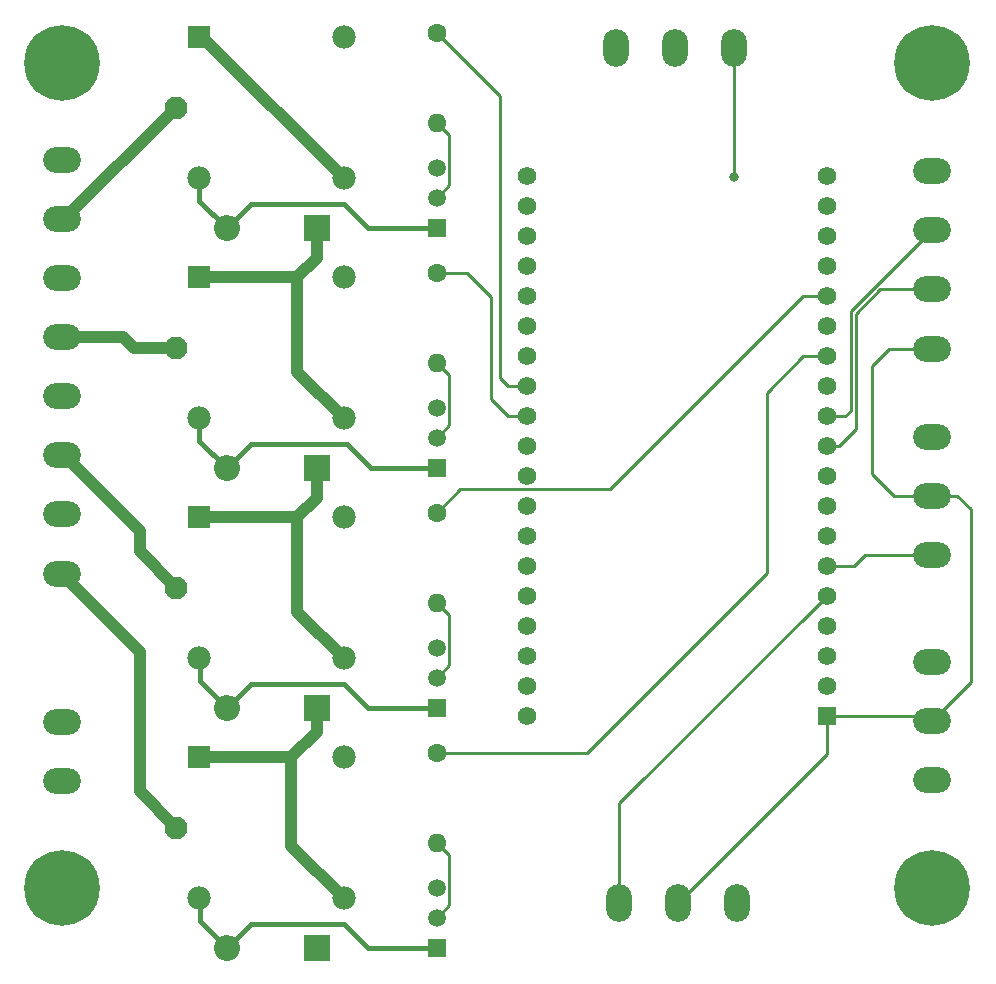
<source format=gbr>
%TF.GenerationSoftware,KiCad,Pcbnew,(5.1.7)-1*%
%TF.CreationDate,2021-01-26T10:35:58+01:00*%
%TF.ProjectId,plant-watering,706c616e-742d-4776-9174-6572696e672e,rev?*%
%TF.SameCoordinates,Original*%
%TF.FileFunction,Copper,L1,Top*%
%TF.FilePolarity,Positive*%
%FSLAX46Y46*%
G04 Gerber Fmt 4.6, Leading zero omitted, Abs format (unit mm)*
G04 Created by KiCad (PCBNEW (5.1.7)-1) date 2021-01-26 10:35:58*
%MOMM*%
%LPD*%
G01*
G04 APERTURE LIST*
%TA.AperFunction,ComponentPad*%
%ADD10C,6.400000*%
%TD*%
%TA.AperFunction,ComponentPad*%
%ADD11C,0.800000*%
%TD*%
%TA.AperFunction,ComponentPad*%
%ADD12O,3.200000X2.200000*%
%TD*%
%TA.AperFunction,ComponentPad*%
%ADD13O,2.200000X3.200000*%
%TD*%
%TA.AperFunction,ComponentPad*%
%ADD14C,1.600000*%
%TD*%
%TA.AperFunction,ComponentPad*%
%ADD15O,1.600000X1.600000*%
%TD*%
%TA.AperFunction,ComponentPad*%
%ADD16R,1.500000X1.500000*%
%TD*%
%TA.AperFunction,ComponentPad*%
%ADD17C,1.500000*%
%TD*%
%TA.AperFunction,ComponentPad*%
%ADD18C,1.560000*%
%TD*%
%TA.AperFunction,ComponentPad*%
%ADD19R,1.560000X1.560000*%
%TD*%
%TA.AperFunction,ComponentPad*%
%ADD20R,1.980000X1.980000*%
%TD*%
%TA.AperFunction,ComponentPad*%
%ADD21C,1.935000*%
%TD*%
%TA.AperFunction,ComponentPad*%
%ADD22C,1.980000*%
%TD*%
%TA.AperFunction,ComponentPad*%
%ADD23O,2.200000X2.200000*%
%TD*%
%TA.AperFunction,ComponentPad*%
%ADD24R,2.200000X2.200000*%
%TD*%
%TA.AperFunction,ViaPad*%
%ADD25C,0.800000*%
%TD*%
%TA.AperFunction,Conductor*%
%ADD26C,0.400000*%
%TD*%
%TA.AperFunction,Conductor*%
%ADD27C,1.000000*%
%TD*%
%TA.AperFunction,Conductor*%
%ADD28C,0.250000*%
%TD*%
G04 APERTURE END LIST*
D10*
%TO.P,REF\u002A\u002A,1*%
%TO.N,N/C*%
X91440000Y-101600000D03*
D11*
X93840000Y-101600000D03*
X93137056Y-103297056D03*
X91440000Y-104000000D03*
X89742944Y-103297056D03*
X89040000Y-101600000D03*
X89742944Y-99902944D03*
X91440000Y-99200000D03*
X93137056Y-99902944D03*
%TD*%
D10*
%TO.P,REF\u002A\u002A,1*%
%TO.N,N/C*%
X165100000Y-101600000D03*
D11*
X167500000Y-101600000D03*
X166797056Y-103297056D03*
X165100000Y-104000000D03*
X163402944Y-103297056D03*
X162700000Y-101600000D03*
X163402944Y-99902944D03*
X165100000Y-99200000D03*
X166797056Y-99902944D03*
%TD*%
D10*
%TO.P,REF\u002A\u002A,1*%
%TO.N,N/C*%
X91440000Y-31750000D03*
D11*
X93840000Y-31750000D03*
X93137056Y-33447056D03*
X91440000Y-34150000D03*
X89742944Y-33447056D03*
X89040000Y-31750000D03*
X89742944Y-30052944D03*
X91440000Y-29350000D03*
X93137056Y-30052944D03*
%TD*%
D10*
%TO.P,REF\u002A\u002A,1*%
%TO.N,N/C*%
X165100000Y-31750000D03*
D11*
X167500000Y-31750000D03*
X166797056Y-33447056D03*
X165100000Y-34150000D03*
X163402944Y-33447056D03*
X162700000Y-31750000D03*
X163402944Y-30052944D03*
X165100000Y-29350000D03*
X166797056Y-30052944D03*
%TD*%
D12*
%TO.P,J14,4*%
%TO.N,GND*%
X165100000Y-40960000D03*
%TO.P,J14,3*%
%TO.N,GPIO27*%
X165100000Y-45960000D03*
%TO.P,J14,2*%
%TO.N,GPIO26*%
X165100000Y-50960000D03*
%TO.P,J14,1*%
%TO.N,+3V3*%
X165100000Y-55960000D03*
%TD*%
%TO.P,J4,2*%
%TO.N,+5V*%
X91440000Y-92550000D03*
%TO.P,J4,1*%
%TO.N,GND*%
X91440000Y-87550000D03*
%TD*%
D13*
%TO.P,J2,3*%
%TO.N,GPIO33*%
X148350000Y-30480000D03*
%TO.P,J2,2*%
%TO.N,+3V3*%
X143350000Y-30480000D03*
%TO.P,J2,1*%
%TO.N,GND*%
X138350000Y-30480000D03*
%TD*%
%TO.P,J1,3*%
%TO.N,GPIO34*%
X138670000Y-102870000D03*
%TO.P,J1,2*%
%TO.N,+3V3*%
X143670000Y-102870000D03*
%TO.P,J1,1*%
%TO.N,GND*%
X148670000Y-102870000D03*
%TD*%
D12*
%TO.P,J8,3*%
%TO.N,GPIO35*%
X165100000Y-73420000D03*
%TO.P,J8,2*%
%TO.N,+3V3*%
X165100000Y-68420000D03*
%TO.P,J8,1*%
%TO.N,GND*%
X165100000Y-63420000D03*
%TD*%
D14*
%TO.P,R1,1*%
%TO.N,GPIO12*%
X123190000Y-90170000D03*
D15*
%TO.P,R1,2*%
%TO.N,Net-(Q1-Pad2)*%
X123190000Y-97790000D03*
%TD*%
D12*
%TO.P,J3,3*%
%TO.N,GPIO32*%
X165100000Y-92470000D03*
%TO.P,J3,2*%
%TO.N,+3V3*%
X165100000Y-87470000D03*
%TO.P,J3,1*%
%TO.N,GND*%
X165100000Y-82470000D03*
%TD*%
D15*
%TO.P,R4,2*%
%TO.N,Net-(Q4-Pad2)*%
X123190000Y-36830000D03*
D14*
%TO.P,R4,1*%
%TO.N,GPIO16*%
X123190000Y-29210000D03*
%TD*%
D15*
%TO.P,R2,2*%
%TO.N,Net-(Q2-Pad2)*%
X123190000Y-77470000D03*
D14*
%TO.P,R2,1*%
%TO.N,GPIO13*%
X123190000Y-69850000D03*
%TD*%
D15*
%TO.P,R3,2*%
%TO.N,Net-(Q3-Pad2)*%
X123190000Y-57150000D03*
D14*
%TO.P,R3,1*%
%TO.N,GPIO17*%
X123190000Y-49530000D03*
%TD*%
D16*
%TO.P,Q4,1*%
%TO.N,RelayS4*%
X123190000Y-45720000D03*
D17*
%TO.P,Q4,3*%
%TO.N,GND*%
X123190000Y-40640000D03*
%TO.P,Q4,2*%
%TO.N,Net-(Q4-Pad2)*%
X123190000Y-43180000D03*
%TD*%
D16*
%TO.P,Q3,1*%
%TO.N,RelayS3*%
X123190000Y-66040000D03*
D17*
%TO.P,Q3,3*%
%TO.N,GND*%
X123190000Y-60960000D03*
%TO.P,Q3,2*%
%TO.N,Net-(Q3-Pad2)*%
X123190000Y-63500000D03*
%TD*%
D16*
%TO.P,Q2,1*%
%TO.N,RelayS2*%
X123190000Y-86360000D03*
D17*
%TO.P,Q2,3*%
%TO.N,GND*%
X123190000Y-81280000D03*
%TO.P,Q2,2*%
%TO.N,Net-(Q2-Pad2)*%
X123190000Y-83820000D03*
%TD*%
D16*
%TO.P,Q1,1*%
%TO.N,RelayS1*%
X123190000Y-106680000D03*
D17*
%TO.P,Q1,3*%
%TO.N,GND*%
X123190000Y-101600000D03*
%TO.P,Q1,2*%
%TO.N,Net-(Q1-Pad2)*%
X123190000Y-104140000D03*
%TD*%
D12*
%TO.P,J5,8*%
%TO.N,GND*%
X91440000Y-40010000D03*
%TO.P,J5,7*%
%TO.N,M4*%
X91440000Y-45010000D03*
%TO.P,J5,6*%
%TO.N,GND*%
X91440000Y-50010000D03*
%TO.P,J5,5*%
%TO.N,M3*%
X91440000Y-55010000D03*
%TO.P,J5,4*%
%TO.N,GND*%
X91440000Y-60010000D03*
%TO.P,J5,3*%
%TO.N,M2*%
X91440000Y-65010000D03*
%TO.P,J5,2*%
%TO.N,GND*%
X91440000Y-70010000D03*
%TO.P,J5,1*%
%TO.N,M1*%
X91440000Y-75010000D03*
%TD*%
D18*
%TO.P,U1,38*%
%TO.N,Net-(U1-Pad38)*%
X130810000Y-41350000D03*
%TO.P,U1,37*%
%TO.N,Net-(U1-Pad37)*%
X130810000Y-43890000D03*
%TO.P,U1,36*%
%TO.N,Net-(U1-Pad36)*%
X130810000Y-46430000D03*
%TO.P,U1,35*%
%TO.N,Net-(U1-Pad35)*%
X130810000Y-48970000D03*
%TO.P,U1,34*%
%TO.N,Net-(U1-Pad34)*%
X130810000Y-51510000D03*
%TO.P,U1,33*%
%TO.N,Net-(U1-Pad33)*%
X130810000Y-54050000D03*
%TO.P,U1,32*%
%TO.N,Net-(U1-Pad32)*%
X130810000Y-56590000D03*
%TO.P,U1,31*%
%TO.N,GPIO16*%
X130810000Y-59130000D03*
%TO.P,U1,30*%
%TO.N,GPIO17*%
X130810000Y-61670000D03*
%TO.P,U1,29*%
%TO.N,Net-(U1-Pad29)*%
X130810000Y-64210000D03*
%TO.P,U1,28*%
%TO.N,Net-(U1-Pad28)*%
X130810000Y-66750000D03*
%TO.P,U1,27*%
%TO.N,Net-(U1-Pad27)*%
X130810000Y-69290000D03*
%TO.P,U1,26*%
%TO.N,GND*%
X130810000Y-71830000D03*
%TO.P,U1,25*%
%TO.N,GPIO21*%
X130810000Y-74370000D03*
%TO.P,U1,24*%
%TO.N,Net-(U1-Pad24)*%
X130810000Y-76910000D03*
%TO.P,U1,23*%
%TO.N,Net-(U1-Pad23)*%
X130810000Y-79450000D03*
%TO.P,U1,22*%
%TO.N,GPIO22*%
X130810000Y-81990000D03*
%TO.P,U1,21*%
%TO.N,Net-(U1-Pad21)*%
X130810000Y-84530000D03*
%TO.P,U1,20*%
%TO.N,GND*%
X130810000Y-87070000D03*
%TO.P,U1,18*%
%TO.N,Net-(U1-Pad18)*%
X156210000Y-43890000D03*
%TO.P,U1,17*%
%TO.N,Net-(U1-Pad17)*%
X156210000Y-46430000D03*
%TO.P,U1,16*%
%TO.N,Net-(U1-Pad16)*%
X156210000Y-48970000D03*
%TO.P,U1,15*%
%TO.N,GPIO13*%
X156210000Y-51510000D03*
%TO.P,U1,14*%
%TO.N,GND*%
X156210000Y-54050000D03*
%TO.P,U1,13*%
%TO.N,GPIO12*%
X156210000Y-56590000D03*
%TO.P,U1,12*%
%TO.N,Net-(U1-Pad12)*%
X156210000Y-59130000D03*
%TO.P,U1,11*%
%TO.N,GPIO27*%
X156210000Y-61670000D03*
%TO.P,U1,10*%
%TO.N,GPIO26*%
X156210000Y-64210000D03*
%TO.P,U1,9*%
%TO.N,Net-(U1-Pad9)*%
X156210000Y-66750000D03*
%TO.P,U1,8*%
%TO.N,GPIO33*%
X156210000Y-69290000D03*
%TO.P,U1,7*%
%TO.N,GPIO32*%
X156210000Y-71830000D03*
%TO.P,U1,6*%
%TO.N,GPIO35*%
X156210000Y-74370000D03*
%TO.P,U1,5*%
%TO.N,GPIO34*%
X156210000Y-76910000D03*
%TO.P,U1,4*%
%TO.N,Net-(U1-Pad4)*%
X156210000Y-79450000D03*
%TO.P,U1,3*%
%TO.N,Net-(U1-Pad3)*%
X156210000Y-81990000D03*
%TO.P,U1,19*%
%TO.N,+5V*%
X156210000Y-41350000D03*
%TO.P,U1,2*%
%TO.N,Net-(U1-Pad2)*%
X156210000Y-84530000D03*
D19*
%TO.P,U1,1*%
%TO.N,+3V3*%
X156210000Y-87070000D03*
%TD*%
D20*
%TO.P,K4,A1*%
%TO.N,+5V*%
X103120000Y-29560000D03*
D21*
%TO.P,K4,COM*%
%TO.N,M4*%
X101120000Y-35560000D03*
D22*
%TO.P,K4,A2*%
%TO.N,RelayS4*%
X103120000Y-41560000D03*
%TO.P,K4,NO*%
%TO.N,+5V*%
X115320000Y-41560000D03*
%TO.P,K4,NC*%
%TO.N,Net-(K4-PadNC)*%
X115320000Y-29560000D03*
%TD*%
%TO.P,K3,NC*%
%TO.N,Net-(K3-PadNC)*%
X115320000Y-49880000D03*
%TO.P,K3,NO*%
%TO.N,+5V*%
X115320000Y-61880000D03*
%TO.P,K3,A2*%
%TO.N,RelayS3*%
X103120000Y-61880000D03*
D21*
%TO.P,K3,COM*%
%TO.N,M3*%
X101120000Y-55880000D03*
D20*
%TO.P,K3,A1*%
%TO.N,+5V*%
X103120000Y-49880000D03*
%TD*%
D22*
%TO.P,K2,NC*%
%TO.N,Net-(K2-PadNC)*%
X115320000Y-70200000D03*
%TO.P,K2,NO*%
%TO.N,+5V*%
X115320000Y-82200000D03*
%TO.P,K2,A2*%
%TO.N,RelayS2*%
X103120000Y-82200000D03*
D21*
%TO.P,K2,COM*%
%TO.N,M2*%
X101120000Y-76200000D03*
D20*
%TO.P,K2,A1*%
%TO.N,+5V*%
X103120000Y-70200000D03*
%TD*%
D22*
%TO.P,K1,NC*%
%TO.N,Net-(K1-PadNC)*%
X115320000Y-90520000D03*
%TO.P,K1,NO*%
%TO.N,+5V*%
X115320000Y-102520000D03*
%TO.P,K1,A2*%
%TO.N,RelayS1*%
X103120000Y-102520000D03*
D21*
%TO.P,K1,COM*%
%TO.N,M1*%
X101120000Y-96520000D03*
D20*
%TO.P,K1,A1*%
%TO.N,+5V*%
X103120000Y-90520000D03*
%TD*%
D23*
%TO.P,D4,2*%
%TO.N,RelayS4*%
X105410000Y-45720000D03*
D24*
%TO.P,D4,1*%
%TO.N,+5V*%
X113030000Y-45720000D03*
%TD*%
D23*
%TO.P,D3,2*%
%TO.N,RelayS3*%
X105410000Y-66040000D03*
D24*
%TO.P,D3,1*%
%TO.N,+5V*%
X113030000Y-66040000D03*
%TD*%
D23*
%TO.P,D2,2*%
%TO.N,RelayS2*%
X105410000Y-86360000D03*
D24*
%TO.P,D2,1*%
%TO.N,+5V*%
X113030000Y-86360000D03*
%TD*%
D23*
%TO.P,D1,2*%
%TO.N,RelayS1*%
X105410000Y-106680000D03*
D24*
%TO.P,D1,1*%
%TO.N,+5V*%
X113030000Y-106680000D03*
%TD*%
D25*
%TO.N,GPIO33*%
X148336000Y-41402000D03*
%TD*%
D26*
%TO.N,RelayS1*%
X105410000Y-106680000D02*
X103124000Y-104394000D01*
X103124000Y-102524000D02*
X103120000Y-102520000D01*
X103124000Y-104394000D02*
X103124000Y-102524000D01*
X123190000Y-106680000D02*
X117348000Y-106680000D01*
X117348000Y-106680000D02*
X115316000Y-104648000D01*
X107442000Y-104648000D02*
X105410000Y-106680000D01*
X115316000Y-104648000D02*
X107442000Y-104648000D01*
D27*
%TO.N,+5V*%
X103120000Y-90520000D02*
X110902000Y-90520000D01*
X113030000Y-88392000D02*
X113030000Y-86360000D01*
X110902000Y-90520000D02*
X113030000Y-88392000D01*
X110902000Y-98102000D02*
X115320000Y-102520000D01*
X110902000Y-90520000D02*
X110902000Y-98102000D01*
X103120000Y-70200000D02*
X111410000Y-70200000D01*
X113030000Y-68580000D02*
X113030000Y-66040000D01*
X111410000Y-70200000D02*
X113030000Y-68580000D01*
X111410000Y-78290000D02*
X115320000Y-82200000D01*
X111410000Y-70200000D02*
X111410000Y-78290000D01*
X103120000Y-49880000D02*
X111410000Y-49880000D01*
X113030000Y-48260000D02*
X113030000Y-45720000D01*
X111410000Y-49880000D02*
X113030000Y-48260000D01*
X111410000Y-57970000D02*
X115320000Y-61880000D01*
X111410000Y-49880000D02*
X111410000Y-57970000D01*
X103320000Y-29560000D02*
X115320000Y-41560000D01*
X103120000Y-29560000D02*
X103320000Y-29560000D01*
D26*
%TO.N,RelayS2*%
X123190000Y-86360000D02*
X117348000Y-86360000D01*
X117348000Y-86360000D02*
X115316000Y-84328000D01*
X107442000Y-84328000D02*
X105410000Y-86360000D01*
X115316000Y-84328000D02*
X107442000Y-84328000D01*
X105410000Y-86360000D02*
X103124000Y-84074000D01*
X103124000Y-82204000D02*
X103120000Y-82200000D01*
X103124000Y-84074000D02*
X103124000Y-82204000D01*
%TO.N,RelayS3*%
X103120000Y-63750000D02*
X105410000Y-66040000D01*
X103120000Y-61880000D02*
X103120000Y-63750000D01*
X123190000Y-66040000D02*
X117602000Y-66040000D01*
X117602000Y-66040000D02*
X115570000Y-64008000D01*
X107442000Y-64008000D02*
X105410000Y-66040000D01*
X115570000Y-64008000D02*
X107442000Y-64008000D01*
%TO.N,RelayS4*%
X103120000Y-43430000D02*
X105410000Y-45720000D01*
X103120000Y-41560000D02*
X103120000Y-43430000D01*
X123190000Y-45720000D02*
X117348000Y-45720000D01*
X117348000Y-45720000D02*
X115316000Y-43688000D01*
X107442000Y-43688000D02*
X105410000Y-45720000D01*
X115316000Y-43688000D02*
X107442000Y-43688000D01*
D28*
%TO.N,GPIO34*%
X138670000Y-94450000D02*
X138670000Y-102870000D01*
X156210000Y-76910000D02*
X138670000Y-94450000D01*
%TO.N,+3V3*%
X164700000Y-87070000D02*
X165100000Y-87470000D01*
X156210000Y-87070000D02*
X164700000Y-87070000D01*
X156210000Y-90330000D02*
X143670000Y-102870000D01*
X156210000Y-87070000D02*
X156210000Y-90330000D01*
X165100000Y-68420000D02*
X167292000Y-68420000D01*
X167292000Y-68420000D02*
X168402000Y-69530000D01*
X168402000Y-84168000D02*
X165100000Y-87470000D01*
X168402000Y-69530000D02*
X168402000Y-84168000D01*
X165100000Y-55960000D02*
X161464000Y-55960000D01*
X161464000Y-55960000D02*
X160020000Y-57404000D01*
X160020000Y-57404000D02*
X160020000Y-66548000D01*
X161892000Y-68420000D02*
X165100000Y-68420000D01*
X160020000Y-66548000D02*
X161892000Y-68420000D01*
%TO.N,GPIO33*%
X148336000Y-30494000D02*
X148350000Y-30480000D01*
X148336000Y-41402000D02*
X148336000Y-30494000D01*
%TO.N,GPIO35*%
X165100000Y-73420000D02*
X159498000Y-73420000D01*
X158548000Y-74370000D02*
X156210000Y-74370000D01*
X159498000Y-73420000D02*
X158548000Y-74370000D01*
%TO.N,GPIO27*%
X158242000Y-61214000D02*
X157786000Y-61670000D01*
X157786000Y-61670000D02*
X156210000Y-61670000D01*
X158242000Y-52818000D02*
X158242000Y-61214000D01*
X165100000Y-45960000D02*
X158242000Y-52818000D01*
%TO.N,GPIO26*%
X165100000Y-50960000D02*
X160736410Y-50960000D01*
X158692010Y-53004400D02*
X158692010Y-62795990D01*
X160736410Y-50960000D02*
X158692010Y-53004400D01*
X157278000Y-64210000D02*
X156210000Y-64210000D01*
X158692010Y-62795990D02*
X157278000Y-64210000D01*
D27*
%TO.N,M1*%
X91440000Y-75010000D02*
X98044000Y-81614000D01*
X98044000Y-93444000D02*
X101120000Y-96520000D01*
X98044000Y-81614000D02*
X98044000Y-93444000D01*
%TO.N,M2*%
X91440000Y-65010000D02*
X91680000Y-65010000D01*
X91680000Y-65010000D02*
X98044000Y-71374000D01*
X98044000Y-73124000D02*
X101120000Y-76200000D01*
X98044000Y-71374000D02*
X98044000Y-73124000D01*
%TO.N,M3*%
X91440000Y-55010000D02*
X96666000Y-55010000D01*
X97536000Y-55880000D02*
X101120000Y-55880000D01*
X96666000Y-55010000D02*
X97536000Y-55880000D01*
%TO.N,M4*%
X91670000Y-45010000D02*
X101120000Y-35560000D01*
X91440000Y-45010000D02*
X91670000Y-45010000D01*
D28*
%TO.N,Net-(Q1-Pad2)*%
X124265001Y-103064999D02*
X124265001Y-98865001D01*
X124265001Y-98865001D02*
X123190000Y-97790000D01*
X123190000Y-104140000D02*
X124265001Y-103064999D01*
%TO.N,GPIO12*%
X154244600Y-56590000D02*
X156210000Y-56590000D01*
X151130000Y-59704600D02*
X154244600Y-56590000D01*
X151130000Y-74930000D02*
X151130000Y-59704600D01*
X135890000Y-90170000D02*
X151130000Y-74930000D01*
X123190000Y-90170000D02*
X135890000Y-90170000D01*
%TO.N,Net-(Q2-Pad2)*%
X124265001Y-78545001D02*
X123190000Y-77470000D01*
X124265001Y-82744999D02*
X124265001Y-78545001D01*
X123190000Y-83820000D02*
X124265001Y-82744999D01*
%TO.N,GPIO13*%
X125184999Y-67855001D02*
X137884999Y-67855001D01*
X123190000Y-69850000D02*
X125184999Y-67855001D01*
X154230000Y-51510000D02*
X156210000Y-51510000D01*
X137884999Y-67855001D02*
X154230000Y-51510000D01*
%TO.N,Net-(Q3-Pad2)*%
X124265001Y-58225001D02*
X123190000Y-57150000D01*
X124265001Y-62424999D02*
X124265001Y-58225001D01*
X123190000Y-63500000D02*
X124265001Y-62424999D01*
%TO.N,GPIO17*%
X123190000Y-49530000D02*
X125730000Y-49530000D01*
X125730000Y-49530000D02*
X127762000Y-51562000D01*
X127762000Y-51562000D02*
X127762000Y-60198000D01*
X129234000Y-61670000D02*
X130810000Y-61670000D01*
X127762000Y-60198000D02*
X129234000Y-61670000D01*
%TO.N,Net-(Q4-Pad2)*%
X124265001Y-37905001D02*
X123190000Y-36830000D01*
X124265001Y-42104999D02*
X124265001Y-37905001D01*
X123190000Y-43180000D02*
X124265001Y-42104999D01*
%TO.N,GPIO16*%
X129234000Y-59130000D02*
X130810000Y-59130000D01*
X128524000Y-58420000D02*
X129234000Y-59130000D01*
X128524000Y-34544000D02*
X128524000Y-58420000D01*
X123190000Y-29210000D02*
X128524000Y-34544000D01*
%TD*%
M02*

</source>
